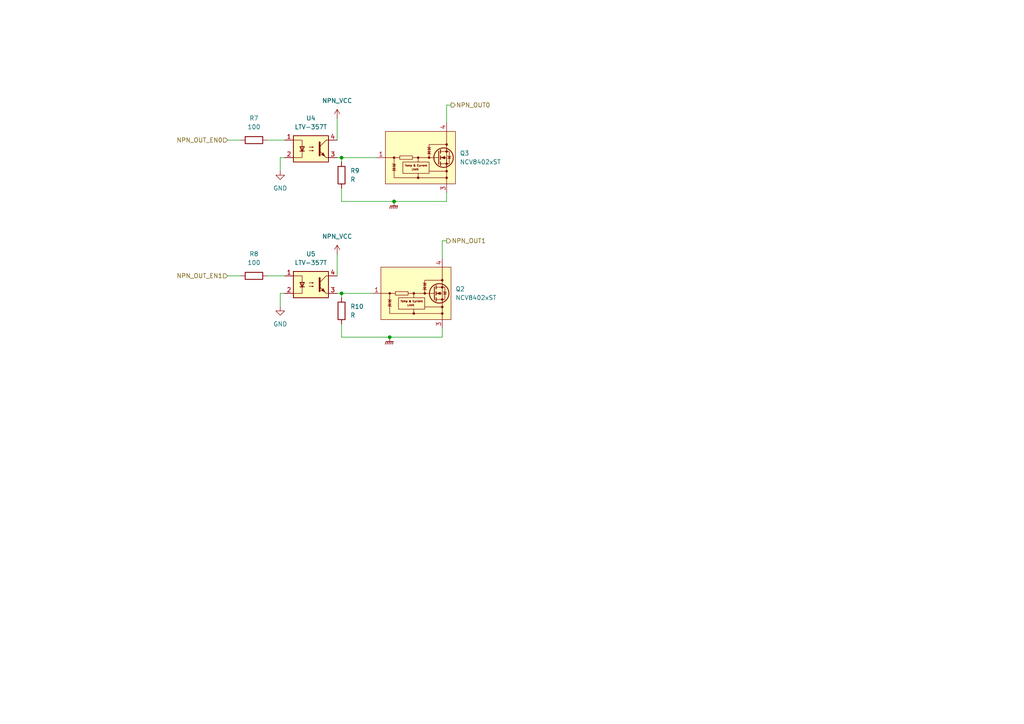
<source format=kicad_sch>
(kicad_sch
	(version 20250114)
	(generator "eeschema")
	(generator_version "9.0")
	(uuid "ca10f8a4-3df8-4304-b670-524447e7a480")
	(paper "A4")
	(lib_symbols
		(symbol "Device:R"
			(pin_numbers
				(hide yes)
			)
			(pin_names
				(offset 0)
			)
			(exclude_from_sim no)
			(in_bom yes)
			(on_board yes)
			(property "Reference" "R"
				(at 2.032 0 90)
				(effects
					(font
						(size 1.27 1.27)
					)
				)
			)
			(property "Value" "R"
				(at 0 0 90)
				(effects
					(font
						(size 1.27 1.27)
					)
				)
			)
			(property "Footprint" ""
				(at -1.778 0 90)
				(effects
					(font
						(size 1.27 1.27)
					)
					(hide yes)
				)
			)
			(property "Datasheet" "~"
				(at 0 0 0)
				(effects
					(font
						(size 1.27 1.27)
					)
					(hide yes)
				)
			)
			(property "Description" "Resistor"
				(at 0 0 0)
				(effects
					(font
						(size 1.27 1.27)
					)
					(hide yes)
				)
			)
			(property "ki_keywords" "R res resistor"
				(at 0 0 0)
				(effects
					(font
						(size 1.27 1.27)
					)
					(hide yes)
				)
			)
			(property "ki_fp_filters" "R_*"
				(at 0 0 0)
				(effects
					(font
						(size 1.27 1.27)
					)
					(hide yes)
				)
			)
			(symbol "R_0_1"
				(rectangle
					(start -1.016 -2.54)
					(end 1.016 2.54)
					(stroke
						(width 0.254)
						(type default)
					)
					(fill
						(type none)
					)
				)
			)
			(symbol "R_1_1"
				(pin passive line
					(at 0 3.81 270)
					(length 1.27)
					(name "~"
						(effects
							(font
								(size 1.27 1.27)
							)
						)
					)
					(number "1"
						(effects
							(font
								(size 1.27 1.27)
							)
						)
					)
				)
				(pin passive line
					(at 0 -3.81 90)
					(length 1.27)
					(name "~"
						(effects
							(font
								(size 1.27 1.27)
							)
						)
					)
					(number "2"
						(effects
							(font
								(size 1.27 1.27)
							)
						)
					)
				)
			)
			(embedded_fonts no)
		)
		(symbol "Driver_FET:NCV8402xST"
			(pin_names
				(offset 0)
				(hide yes)
			)
			(exclude_from_sim no)
			(in_bom yes)
			(on_board yes)
			(property "Reference" "Q"
				(at 5.08 8.89 0)
				(effects
					(font
						(size 1.27 1.27)
					)
					(justify right)
				)
			)
			(property "Value" "NCV8402xST"
				(at -11.43 8.89 0)
				(effects
					(font
						(size 1.27 1.27)
					)
					(justify left)
				)
			)
			(property "Footprint" "Package_TO_SOT_SMD:SOT-223"
				(at 0 -7.112 0)
				(effects
					(font
						(size 1.27 1.27)
					)
					(hide yes)
				)
			)
			(property "Datasheet" "https://www.onsemi.com/pub/Collateral/NCV8402-D.PDF"
				(at 7.62 0 0)
				(effects
					(font
						(size 1.27 1.27)
					)
					(hide yes)
				)
			)
			(property "Description" "Self-Protected Low Side Driver with Temperature and Current Limit, SOT−223"
				(at 0 0 0)
				(effects
					(font
						(size 1.27 1.27)
					)
					(hide yes)
				)
			)
			(property "ki_keywords" "MOSFET ESD Overcurrent"
				(at 0 0 0)
				(effects
					(font
						(size 1.27 1.27)
					)
					(hide yes)
				)
			)
			(property "ki_fp_filters" "SOT?223*"
				(at 0 0 0)
				(effects
					(font
						(size 1.27 1.27)
					)
					(hide yes)
				)
			)
			(symbol "NCV8402xST_0_0"
				(rectangle
					(start -10.16 7.62)
					(end 10.16 -7.62)
					(stroke
						(width 0)
						(type default)
					)
					(fill
						(type background)
					)
				)
				(rectangle
					(start -5.969 0.508)
					(end -2.286 -0.508)
					(stroke
						(width 0)
						(type default)
					)
					(fill
						(type none)
					)
				)
				(polyline
					(pts
						(xy -0.635 -1.27) (xy -0.635 -0.635) (xy -0.635 0)
					)
					(stroke
						(width 0)
						(type default)
					)
					(fill
						(type none)
					)
				)
				(polyline
					(pts
						(xy -0.635 -5.842) (xy -7.62 -5.842) (xy -7.62 0) (xy -6.096 0)
					)
					(stroke
						(width 0)
						(type default)
					)
					(fill
						(type none)
					)
				)
				(polyline
					(pts
						(xy 2.54 0) (xy -2.286 0) (xy -0.889 0)
					)
					(stroke
						(width 0)
						(type default)
					)
					(fill
						(type none)
					)
				)
				(polyline
					(pts
						(xy 2.54 0) (xy 2.54 3.81) (xy 7.62 3.81)
					)
					(stroke
						(width 0)
						(type default)
					)
					(fill
						(type none)
					)
				)
				(polyline
					(pts
						(xy 7.62 2.54) (xy 7.62 7.62)
					)
					(stroke
						(width 0)
						(type default)
					)
					(fill
						(type none)
					)
				)
				(polyline
					(pts
						(xy 7.62 2.54) (xy 7.62 -7.62)
					)
					(stroke
						(width 0)
						(type default)
					)
					(fill
						(type none)
					)
				)
				(polyline
					(pts
						(xy 7.62 -5.842) (xy -0.635 -5.842) (xy -0.635 -4.572)
					)
					(stroke
						(width 0)
						(type default)
					)
					(fill
						(type none)
					)
				)
				(text "Limit"
					(at -1.524 -3.429 0)
					(effects
						(font
							(size 0.5334 0.5334)
						)
					)
				)
				(text "Temp & Current"
					(at -1.27 -2.286 0)
					(effects
						(font
							(size 0.5334 0.5334)
						)
					)
				)
			)
			(symbol "NCV8402xST_0_1"
				(polyline
					(pts
						(xy -7.62 0) (xy -10.16 0)
					)
					(stroke
						(width 0)
						(type default)
					)
					(fill
						(type none)
					)
				)
				(rectangle
					(start -5.08 -1.27)
					(end 2.54 -4.572)
					(stroke
						(width 0)
						(type default)
					)
					(fill
						(type none)
					)
				)
				(polyline
					(pts
						(xy 7.62 -3.937) (xy 2.667 -3.937)
					)
					(stroke
						(width 0)
						(type default)
					)
					(fill
						(type none)
					)
				)
			)
			(symbol "NCV8402xST_1_1"
				(polyline
					(pts
						(xy -8.128 -1.778) (xy -8.001 -1.905) (xy -7.239 -1.905) (xy -7.112 -2.032)
					)
					(stroke
						(width 0)
						(type default)
					)
					(fill
						(type none)
					)
				)
				(circle
					(center -7.62 0)
					(radius 0.2794)
					(stroke
						(width 0)
						(type default)
					)
					(fill
						(type outline)
					)
				)
				(polyline
					(pts
						(xy -7.62 -1.905) (xy -8.001 -2.54) (xy -7.239 -2.54) (xy -7.62 -1.905)
					)
					(stroke
						(width 0)
						(type default)
					)
					(fill
						(type none)
					)
				)
				(polyline
					(pts
						(xy -7.62 -3.683) (xy -7.239 -3.048) (xy -8.001 -3.048) (xy -7.62 -3.683)
					)
					(stroke
						(width 0)
						(type default)
					)
					(fill
						(type none)
					)
				)
				(polyline
					(pts
						(xy -7.112 -3.81) (xy -7.239 -3.683) (xy -8.001 -3.683) (xy -8.128 -3.556)
					)
					(stroke
						(width 0)
						(type default)
					)
					(fill
						(type none)
					)
				)
				(circle
					(center -0.635 0)
					(radius 0.2794)
					(stroke
						(width 0)
						(type default)
					)
					(fill
						(type outline)
					)
				)
				(circle
					(center -0.635 -5.842)
					(radius 0.2794)
					(stroke
						(width 0)
						(type default)
					)
					(fill
						(type outline)
					)
				)
				(polyline
					(pts
						(xy 2.032 3.048) (xy 2.159 2.921) (xy 2.921 2.921) (xy 3.048 2.794)
					)
					(stroke
						(width 0)
						(type default)
					)
					(fill
						(type none)
					)
				)
				(polyline
					(pts
						(xy 2.54 2.921) (xy 2.159 2.286) (xy 2.921 2.286) (xy 2.54 2.921)
					)
					(stroke
						(width 0)
						(type default)
					)
					(fill
						(type none)
					)
				)
				(polyline
					(pts
						(xy 2.54 1.143) (xy 2.921 1.778) (xy 2.159 1.778) (xy 2.54 1.143)
					)
					(stroke
						(width 0)
						(type default)
					)
					(fill
						(type none)
					)
				)
				(polyline
					(pts
						(xy 2.54 0) (xy 5.334 0)
					)
					(stroke
						(width 0)
						(type default)
					)
					(fill
						(type none)
					)
				)
				(circle
					(center 2.54 0)
					(radius 0.2794)
					(stroke
						(width 0)
						(type default)
					)
					(fill
						(type outline)
					)
				)
				(polyline
					(pts
						(xy 3.048 1.016) (xy 2.921 1.143) (xy 2.159 1.143) (xy 2.032 1.27)
					)
					(stroke
						(width 0)
						(type default)
					)
					(fill
						(type none)
					)
				)
				(polyline
					(pts
						(xy 5.334 1.905) (xy 5.334 -1.905) (xy 5.334 -1.905)
					)
					(stroke
						(width 0.254)
						(type default)
					)
					(fill
						(type none)
					)
				)
				(polyline
					(pts
						(xy 5.842 2.286) (xy 5.842 1.27)
					)
					(stroke
						(width 0.254)
						(type default)
					)
					(fill
						(type none)
					)
				)
				(polyline
					(pts
						(xy 5.842 1.778) (xy 7.62 1.778)
					)
					(stroke
						(width 0)
						(type default)
					)
					(fill
						(type none)
					)
				)
				(polyline
					(pts
						(xy 5.842 0.508) (xy 5.842 -0.508)
					)
					(stroke
						(width 0.254)
						(type default)
					)
					(fill
						(type none)
					)
				)
				(polyline
					(pts
						(xy 5.842 0) (xy 7.62 0)
					)
					(stroke
						(width 0)
						(type default)
					)
					(fill
						(type none)
					)
				)
				(polyline
					(pts
						(xy 5.842 -1.27) (xy 5.842 -2.286)
					)
					(stroke
						(width 0.254)
						(type default)
					)
					(fill
						(type none)
					)
				)
				(polyline
					(pts
						(xy 5.842 -1.778) (xy 7.62 -1.778)
					)
					(stroke
						(width 0)
						(type default)
					)
					(fill
						(type none)
					)
				)
				(polyline
					(pts
						(xy 6.096 0) (xy 7.112 0.381) (xy 7.112 -0.381) (xy 6.096 0)
					)
					(stroke
						(width 0)
						(type default)
					)
					(fill
						(type outline)
					)
				)
				(circle
					(center 6.731 0)
					(radius 2.8194)
					(stroke
						(width 0.254)
						(type default)
					)
					(fill
						(type none)
					)
				)
				(circle
					(center 7.62 3.81)
					(radius 0.2794)
					(stroke
						(width 0)
						(type default)
					)
					(fill
						(type outline)
					)
				)
				(polyline
					(pts
						(xy 7.62 2.54) (xy 7.62 1.778)
					)
					(stroke
						(width 0)
						(type default)
					)
					(fill
						(type none)
					)
				)
				(circle
					(center 7.62 1.778)
					(radius 0.2794)
					(stroke
						(width 0)
						(type default)
					)
					(fill
						(type outline)
					)
				)
				(polyline
					(pts
						(xy 7.62 -1.778) (xy 7.62 0)
					)
					(stroke
						(width 0)
						(type default)
					)
					(fill
						(type none)
					)
				)
				(polyline
					(pts
						(xy 7.62 -1.778) (xy 7.62 -2.54)
					)
					(stroke
						(width 0)
						(type default)
					)
					(fill
						(type none)
					)
				)
				(polyline
					(pts
						(xy 7.62 -1.778) (xy 8.382 -1.778) (xy 8.382 1.778) (xy 7.62 1.778)
					)
					(stroke
						(width 0)
						(type default)
					)
					(fill
						(type none)
					)
				)
				(circle
					(center 7.62 -1.778)
					(radius 0.2794)
					(stroke
						(width 0)
						(type default)
					)
					(fill
						(type outline)
					)
				)
				(circle
					(center 7.62 -3.937)
					(radius 0.2794)
					(stroke
						(width 0)
						(type default)
					)
					(fill
						(type outline)
					)
				)
				(circle
					(center 7.62 -5.842)
					(radius 0.2794)
					(stroke
						(width 0)
						(type default)
					)
					(fill
						(type outline)
					)
				)
				(polyline
					(pts
						(xy 7.874 0.508) (xy 8.001 0.381) (xy 8.763 0.381) (xy 8.89 0.254)
					)
					(stroke
						(width 0)
						(type default)
					)
					(fill
						(type none)
					)
				)
				(polyline
					(pts
						(xy 8.382 0.381) (xy 8.001 -0.254) (xy 8.763 -0.254) (xy 8.382 0.381)
					)
					(stroke
						(width 0)
						(type default)
					)
					(fill
						(type none)
					)
				)
				(pin input line
					(at -12.7 0 0)
					(length 2.54)
					(name "G"
						(effects
							(font
								(size 1.27 1.27)
							)
						)
					)
					(number "1"
						(effects
							(font
								(size 1.27 1.27)
							)
						)
					)
				)
				(pin passive line
					(at 7.62 10.16 270)
					(length 2.54)
					(hide yes)
					(name "D"
						(effects
							(font
								(size 1.27 1.27)
							)
						)
					)
					(number "2"
						(effects
							(font
								(size 1.27 1.27)
							)
						)
					)
				)
				(pin passive line
					(at 7.62 10.16 270)
					(length 2.54)
					(name "D"
						(effects
							(font
								(size 1.27 1.27)
							)
						)
					)
					(number "4"
						(effects
							(font
								(size 1.27 1.27)
							)
						)
					)
				)
				(pin passive line
					(at 7.62 -10.16 90)
					(length 2.54)
					(name "S"
						(effects
							(font
								(size 1.27 1.27)
							)
						)
					)
					(number "3"
						(effects
							(font
								(size 1.27 1.27)
							)
						)
					)
				)
			)
			(embedded_fonts no)
		)
		(symbol "Isolator:LTV-357T"
			(pin_names
				(offset 1.016)
			)
			(exclude_from_sim no)
			(in_bom yes)
			(on_board yes)
			(property "Reference" "U"
				(at -5.334 4.826 0)
				(effects
					(font
						(size 1.27 1.27)
					)
					(justify left)
				)
			)
			(property "Value" "LTV-357T"
				(at 0 5.08 0)
				(effects
					(font
						(size 1.27 1.27)
					)
					(justify left)
				)
			)
			(property "Footprint" "Package_SO:SO-4_4.4x3.6mm_P2.54mm"
				(at -5.08 -5.08 0)
				(effects
					(font
						(size 1.27 1.27)
						(italic yes)
					)
					(justify left)
					(hide yes)
				)
			)
			(property "Datasheet" "https://www.buerklin.com/medias/sys_master/download/download/h91/ha0/8892020588574.pdf"
				(at 0 0 0)
				(effects
					(font
						(size 1.27 1.27)
					)
					(justify left)
					(hide yes)
				)
			)
			(property "Description" "DC Optocoupler, Vce 35V, CTR 50%, SO-4"
				(at 0 0 0)
				(effects
					(font
						(size 1.27 1.27)
					)
					(hide yes)
				)
			)
			(property "ki_keywords" "NPN DC Optocoupler"
				(at 0 0 0)
				(effects
					(font
						(size 1.27 1.27)
					)
					(hide yes)
				)
			)
			(property "ki_fp_filters" "SO*4.4x3.6mm*P2.54mm*"
				(at 0 0 0)
				(effects
					(font
						(size 1.27 1.27)
					)
					(hide yes)
				)
			)
			(symbol "LTV-357T_0_1"
				(rectangle
					(start -5.08 3.81)
					(end 5.08 -3.81)
					(stroke
						(width 0.254)
						(type default)
					)
					(fill
						(type background)
					)
				)
				(polyline
					(pts
						(xy -5.08 2.54) (xy -2.54 2.54) (xy -2.54 -0.762)
					)
					(stroke
						(width 0)
						(type default)
					)
					(fill
						(type none)
					)
				)
				(polyline
					(pts
						(xy -3.175 -0.635) (xy -1.905 -0.635)
					)
					(stroke
						(width 0.254)
						(type default)
					)
					(fill
						(type none)
					)
				)
				(polyline
					(pts
						(xy -2.54 -0.635) (xy -2.54 -2.54) (xy -5.08 -2.54)
					)
					(stroke
						(width 0)
						(type default)
					)
					(fill
						(type none)
					)
				)
				(polyline
					(pts
						(xy -2.54 -0.635) (xy -3.175 0.635) (xy -1.905 0.635) (xy -2.54 -0.635)
					)
					(stroke
						(width 0.254)
						(type default)
					)
					(fill
						(type none)
					)
				)
				(polyline
					(pts
						(xy -0.508 0.508) (xy 0.762 0.508) (xy 0.381 0.381) (xy 0.381 0.635) (xy 0.762 0.508)
					)
					(stroke
						(width 0)
						(type default)
					)
					(fill
						(type none)
					)
				)
				(polyline
					(pts
						(xy -0.508 -0.508) (xy 0.762 -0.508) (xy 0.381 -0.635) (xy 0.381 -0.381) (xy 0.762 -0.508)
					)
					(stroke
						(width 0)
						(type default)
					)
					(fill
						(type none)
					)
				)
				(polyline
					(pts
						(xy 2.54 1.905) (xy 2.54 -1.905) (xy 2.54 -1.905)
					)
					(stroke
						(width 0.508)
						(type default)
					)
					(fill
						(type none)
					)
				)
				(polyline
					(pts
						(xy 2.54 0.635) (xy 4.445 2.54)
					)
					(stroke
						(width 0)
						(type default)
					)
					(fill
						(type none)
					)
				)
				(polyline
					(pts
						(xy 3.048 -1.651) (xy 3.556 -1.143) (xy 4.064 -2.159) (xy 3.048 -1.651) (xy 3.048 -1.651)
					)
					(stroke
						(width 0)
						(type default)
					)
					(fill
						(type outline)
					)
				)
				(polyline
					(pts
						(xy 4.445 2.54) (xy 5.08 2.54)
					)
					(stroke
						(width 0)
						(type default)
					)
					(fill
						(type none)
					)
				)
				(polyline
					(pts
						(xy 4.445 -2.54) (xy 2.54 -0.635)
					)
					(stroke
						(width 0)
						(type default)
					)
					(fill
						(type outline)
					)
				)
				(polyline
					(pts
						(xy 4.445 -2.54) (xy 5.08 -2.54)
					)
					(stroke
						(width 0)
						(type default)
					)
					(fill
						(type none)
					)
				)
			)
			(symbol "LTV-357T_1_1"
				(pin passive line
					(at -7.62 2.54 0)
					(length 2.54)
					(name "~"
						(effects
							(font
								(size 1.27 1.27)
							)
						)
					)
					(number "1"
						(effects
							(font
								(size 1.27 1.27)
							)
						)
					)
				)
				(pin passive line
					(at -7.62 -2.54 0)
					(length 2.54)
					(name "~"
						(effects
							(font
								(size 1.27 1.27)
							)
						)
					)
					(number "2"
						(effects
							(font
								(size 1.27 1.27)
							)
						)
					)
				)
				(pin passive line
					(at 7.62 2.54 180)
					(length 2.54)
					(name "~"
						(effects
							(font
								(size 1.27 1.27)
							)
						)
					)
					(number "4"
						(effects
							(font
								(size 1.27 1.27)
							)
						)
					)
				)
				(pin passive line
					(at 7.62 -2.54 180)
					(length 2.54)
					(name "~"
						(effects
							(font
								(size 1.27 1.27)
							)
						)
					)
					(number "3"
						(effects
							(font
								(size 1.27 1.27)
							)
						)
					)
				)
			)
			(embedded_fonts no)
		)
		(symbol "power:GND"
			(power)
			(pin_numbers
				(hide yes)
			)
			(pin_names
				(offset 0)
				(hide yes)
			)
			(exclude_from_sim no)
			(in_bom yes)
			(on_board yes)
			(property "Reference" "#PWR"
				(at 0 -6.35 0)
				(effects
					(font
						(size 1.27 1.27)
					)
					(hide yes)
				)
			)
			(property "Value" "GND"
				(at 0 -3.81 0)
				(effects
					(font
						(size 1.27 1.27)
					)
				)
			)
			(property "Footprint" ""
				(at 0 0 0)
				(effects
					(font
						(size 1.27 1.27)
					)
					(hide yes)
				)
			)
			(property "Datasheet" ""
				(at 0 0 0)
				(effects
					(font
						(size 1.27 1.27)
					)
					(hide yes)
				)
			)
			(property "Description" "Power symbol creates a global label with name \"GND\" , ground"
				(at 0 0 0)
				(effects
					(font
						(size 1.27 1.27)
					)
					(hide yes)
				)
			)
			(property "ki_keywords" "global power"
				(at 0 0 0)
				(effects
					(font
						(size 1.27 1.27)
					)
					(hide yes)
				)
			)
			(symbol "GND_0_1"
				(polyline
					(pts
						(xy 0 0) (xy 0 -1.27) (xy 1.27 -1.27) (xy 0 -2.54) (xy -1.27 -1.27) (xy 0 -1.27)
					)
					(stroke
						(width 0)
						(type default)
					)
					(fill
						(type none)
					)
				)
			)
			(symbol "GND_1_1"
				(pin power_in line
					(at 0 0 270)
					(length 0)
					(name "~"
						(effects
							(font
								(size 1.27 1.27)
							)
						)
					)
					(number "1"
						(effects
							(font
								(size 1.27 1.27)
							)
						)
					)
				)
			)
			(embedded_fonts no)
		)
		(symbol "power:GNDPWR"
			(power)
			(pin_numbers
				(hide yes)
			)
			(pin_names
				(offset 0)
				(hide yes)
			)
			(exclude_from_sim no)
			(in_bom yes)
			(on_board yes)
			(property "Reference" "#PWR"
				(at 0 -5.08 0)
				(effects
					(font
						(size 1.27 1.27)
					)
					(hide yes)
				)
			)
			(property "Value" "GNDPWR"
				(at 0 -3.302 0)
				(effects
					(font
						(size 1.27 1.27)
					)
				)
			)
			(property "Footprint" ""
				(at 0 -1.27 0)
				(effects
					(font
						(size 1.27 1.27)
					)
					(hide yes)
				)
			)
			(property "Datasheet" ""
				(at 0 -1.27 0)
				(effects
					(font
						(size 1.27 1.27)
					)
					(hide yes)
				)
			)
			(property "Description" "Power symbol creates a global label with name \"GNDPWR\" , global ground"
				(at 0 0 0)
				(effects
					(font
						(size 1.27 1.27)
					)
					(hide yes)
				)
			)
			(property "ki_keywords" "global ground"
				(at 0 0 0)
				(effects
					(font
						(size 1.27 1.27)
					)
					(hide yes)
				)
			)
			(symbol "GNDPWR_0_1"
				(polyline
					(pts
						(xy -1.016 -1.27) (xy -1.27 -2.032) (xy -1.27 -2.032)
					)
					(stroke
						(width 0.2032)
						(type default)
					)
					(fill
						(type none)
					)
				)
				(polyline
					(pts
						(xy -0.508 -1.27) (xy -0.762 -2.032) (xy -0.762 -2.032)
					)
					(stroke
						(width 0.2032)
						(type default)
					)
					(fill
						(type none)
					)
				)
				(polyline
					(pts
						(xy 0 -1.27) (xy 0 0)
					)
					(stroke
						(width 0)
						(type default)
					)
					(fill
						(type none)
					)
				)
				(polyline
					(pts
						(xy 0 -1.27) (xy -0.254 -2.032) (xy -0.254 -2.032)
					)
					(stroke
						(width 0.2032)
						(type default)
					)
					(fill
						(type none)
					)
				)
				(polyline
					(pts
						(xy 0.508 -1.27) (xy 0.254 -2.032) (xy 0.254 -2.032)
					)
					(stroke
						(width 0.2032)
						(type default)
					)
					(fill
						(type none)
					)
				)
				(polyline
					(pts
						(xy 1.016 -1.27) (xy -1.016 -1.27) (xy -1.016 -1.27)
					)
					(stroke
						(width 0.2032)
						(type default)
					)
					(fill
						(type none)
					)
				)
				(polyline
					(pts
						(xy 1.016 -1.27) (xy 0.762 -2.032) (xy 0.762 -2.032) (xy 0.762 -2.032)
					)
					(stroke
						(width 0.2032)
						(type default)
					)
					(fill
						(type none)
					)
				)
			)
			(symbol "GNDPWR_1_1"
				(pin power_in line
					(at 0 0 270)
					(length 0)
					(name "~"
						(effects
							(font
								(size 1.27 1.27)
							)
						)
					)
					(number "1"
						(effects
							(font
								(size 1.27 1.27)
							)
						)
					)
				)
			)
			(embedded_fonts no)
		)
		(symbol "power:VCC"
			(power)
			(pin_numbers
				(hide yes)
			)
			(pin_names
				(offset 0)
				(hide yes)
			)
			(exclude_from_sim no)
			(in_bom yes)
			(on_board yes)
			(property "Reference" "#PWR"
				(at 0 -3.81 0)
				(effects
					(font
						(size 1.27 1.27)
					)
					(hide yes)
				)
			)
			(property "Value" "VCC"
				(at 0 3.556 0)
				(effects
					(font
						(size 1.27 1.27)
					)
				)
			)
			(property "Footprint" ""
				(at 0 0 0)
				(effects
					(font
						(size 1.27 1.27)
					)
					(hide yes)
				)
			)
			(property "Datasheet" ""
				(at 0 0 0)
				(effects
					(font
						(size 1.27 1.27)
					)
					(hide yes)
				)
			)
			(property "Description" "Power symbol creates a global label with name \"VCC\""
				(at 0 0 0)
				(effects
					(font
						(size 1.27 1.27)
					)
					(hide yes)
				)
			)
			(property "ki_keywords" "global power"
				(at 0 0 0)
				(effects
					(font
						(size 1.27 1.27)
					)
					(hide yes)
				)
			)
			(symbol "VCC_0_1"
				(polyline
					(pts
						(xy -0.762 1.27) (xy 0 2.54)
					)
					(stroke
						(width 0)
						(type default)
					)
					(fill
						(type none)
					)
				)
				(polyline
					(pts
						(xy 0 2.54) (xy 0.762 1.27)
					)
					(stroke
						(width 0)
						(type default)
					)
					(fill
						(type none)
					)
				)
				(polyline
					(pts
						(xy 0 0) (xy 0 2.54)
					)
					(stroke
						(width 0)
						(type default)
					)
					(fill
						(type none)
					)
				)
			)
			(symbol "VCC_1_1"
				(pin power_in line
					(at 0 0 90)
					(length 0)
					(name "~"
						(effects
							(font
								(size 1.27 1.27)
							)
						)
					)
					(number "1"
						(effects
							(font
								(size 1.27 1.27)
							)
						)
					)
				)
			)
			(embedded_fonts no)
		)
	)
	(junction
		(at 113.03 97.79)
		(diameter 0)
		(color 0 0 0 0)
		(uuid "0689516c-f61f-4f5b-ad79-a2998de6fea1")
	)
	(junction
		(at 99.06 85.09)
		(diameter 0)
		(color 0 0 0 0)
		(uuid "a13cbdc0-2684-430e-8257-a85a10fec378")
	)
	(junction
		(at 114.3 58.42)
		(diameter 0)
		(color 0 0 0 0)
		(uuid "abdb73e0-46e1-439e-86bf-6f5bc03f2047")
	)
	(junction
		(at 99.06 45.72)
		(diameter 0)
		(color 0 0 0 0)
		(uuid "d37f81eb-30b4-477c-87e6-b043578d4612")
	)
	(wire
		(pts
			(xy 99.06 58.42) (xy 114.3 58.42)
		)
		(stroke
			(width 0)
			(type default)
		)
		(uuid "1853b6ec-8570-4d81-90e7-1b251a663005")
	)
	(wire
		(pts
			(xy 66.04 80.01) (xy 69.85 80.01)
		)
		(stroke
			(width 0)
			(type default)
		)
		(uuid "19fa09cc-5daa-4305-878e-73a827bc8052")
	)
	(wire
		(pts
			(xy 129.54 35.56) (xy 129.54 30.48)
		)
		(stroke
			(width 0)
			(type default)
		)
		(uuid "20760e64-0e79-43ea-a832-962ef37a661d")
	)
	(wire
		(pts
			(xy 99.06 85.09) (xy 107.95 85.09)
		)
		(stroke
			(width 0)
			(type default)
		)
		(uuid "21f82f37-cec2-4b2e-afe2-760d3684ae11")
	)
	(wire
		(pts
			(xy 129.54 30.48) (xy 130.81 30.48)
		)
		(stroke
			(width 0)
			(type default)
		)
		(uuid "21ffc003-df57-41b2-bdd7-133d4247aa81")
	)
	(wire
		(pts
			(xy 97.79 34.29) (xy 97.79 40.64)
		)
		(stroke
			(width 0)
			(type default)
		)
		(uuid "232e82be-a76f-4b18-b74b-684d9f9035a2")
	)
	(wire
		(pts
			(xy 99.06 54.61) (xy 99.06 58.42)
		)
		(stroke
			(width 0)
			(type default)
		)
		(uuid "3b9a9184-3615-4b61-8379-d6aa4203cde2")
	)
	(wire
		(pts
			(xy 113.03 97.79) (xy 128.27 97.79)
		)
		(stroke
			(width 0)
			(type default)
		)
		(uuid "3ee00f6b-1409-42c8-9299-7bdc797cb7ae")
	)
	(wire
		(pts
			(xy 77.47 80.01) (xy 82.55 80.01)
		)
		(stroke
			(width 0)
			(type default)
		)
		(uuid "4f86d8de-14e4-4ef7-a789-50d4faf1f4aa")
	)
	(wire
		(pts
			(xy 81.28 49.53) (xy 81.28 45.72)
		)
		(stroke
			(width 0)
			(type default)
		)
		(uuid "50ea4ada-ea94-4288-a737-2f1d398142d8")
	)
	(wire
		(pts
			(xy 97.79 85.09) (xy 99.06 85.09)
		)
		(stroke
			(width 0)
			(type default)
		)
		(uuid "533f30fb-d95d-4bb5-bb10-ba1cf3330f28")
	)
	(wire
		(pts
			(xy 99.06 45.72) (xy 99.06 46.99)
		)
		(stroke
			(width 0)
			(type default)
		)
		(uuid "5d991ed1-0433-4c85-834a-532bb28cb077")
	)
	(wire
		(pts
			(xy 81.28 85.09) (xy 82.55 85.09)
		)
		(stroke
			(width 0)
			(type default)
		)
		(uuid "73d2aa97-1545-4fe9-bd9b-f4c023b2caa7")
	)
	(wire
		(pts
			(xy 66.04 40.64) (xy 69.85 40.64)
		)
		(stroke
			(width 0)
			(type default)
		)
		(uuid "78686a99-8b0d-42c1-b535-ef5e5471fb70")
	)
	(wire
		(pts
			(xy 81.28 45.72) (xy 82.55 45.72)
		)
		(stroke
			(width 0)
			(type default)
		)
		(uuid "7e7742ec-6e4e-4603-9d89-63e4c5afd2a9")
	)
	(wire
		(pts
			(xy 99.06 93.98) (xy 99.06 97.79)
		)
		(stroke
			(width 0)
			(type default)
		)
		(uuid "84efa04b-4b0d-4191-8671-6a0945708b3f")
	)
	(wire
		(pts
			(xy 99.06 97.79) (xy 113.03 97.79)
		)
		(stroke
			(width 0)
			(type default)
		)
		(uuid "86622d6a-d1ac-4bbe-b3e5-282340c49a7f")
	)
	(wire
		(pts
			(xy 128.27 69.85) (xy 129.54 69.85)
		)
		(stroke
			(width 0)
			(type default)
		)
		(uuid "8e8ea625-c3c4-4893-a0ad-68f86aeb0106")
	)
	(wire
		(pts
			(xy 128.27 69.85) (xy 128.27 74.93)
		)
		(stroke
			(width 0)
			(type default)
		)
		(uuid "99891021-3f03-4fac-9185-a0158b3b7c89")
	)
	(wire
		(pts
			(xy 77.47 40.64) (xy 82.55 40.64)
		)
		(stroke
			(width 0)
			(type default)
		)
		(uuid "a2f5872d-c130-4776-8132-d9acff10bb01")
	)
	(wire
		(pts
			(xy 114.3 58.42) (xy 129.54 58.42)
		)
		(stroke
			(width 0)
			(type default)
		)
		(uuid "a3b7e9c5-97a9-49ae-a0f6-04db3ba17f90")
	)
	(wire
		(pts
			(xy 128.27 97.79) (xy 128.27 95.25)
		)
		(stroke
			(width 0)
			(type default)
		)
		(uuid "a8d46614-d754-4c33-96ff-29d2202ad8eb")
	)
	(wire
		(pts
			(xy 97.79 73.66) (xy 97.79 80.01)
		)
		(stroke
			(width 0)
			(type default)
		)
		(uuid "ac2b1af3-084c-4c30-8dfc-0c7e085672e6")
	)
	(wire
		(pts
			(xy 81.28 88.9) (xy 81.28 85.09)
		)
		(stroke
			(width 0)
			(type default)
		)
		(uuid "b1f44c89-1bbb-4832-ac89-86d16450c2cc")
	)
	(wire
		(pts
			(xy 99.06 45.72) (xy 109.22 45.72)
		)
		(stroke
			(width 0)
			(type default)
		)
		(uuid "b448818c-e863-48b8-bc9b-ace73728f548")
	)
	(wire
		(pts
			(xy 97.79 45.72) (xy 99.06 45.72)
		)
		(stroke
			(width 0)
			(type default)
		)
		(uuid "d7a9c9c2-a672-46fa-9432-726753a53e49")
	)
	(wire
		(pts
			(xy 129.54 58.42) (xy 129.54 55.88)
		)
		(stroke
			(width 0)
			(type default)
		)
		(uuid "e4ad633b-4aed-4b32-b8e0-448bbc500d47")
	)
	(wire
		(pts
			(xy 99.06 85.09) (xy 99.06 86.36)
		)
		(stroke
			(width 0)
			(type default)
		)
		(uuid "f8506a20-1a46-48de-8862-0d1cc9c62cd3")
	)
	(hierarchical_label "NPN_OUT0"
		(shape output)
		(at 130.81 30.48 0)
		(effects
			(font
				(size 1.27 1.27)
			)
			(justify left)
		)
		(uuid "37e94070-9798-4ff0-ae55-11f42ea7cfd7")
	)
	(hierarchical_label "NPN_OUT_EN0"
		(shape input)
		(at 66.04 40.64 180)
		(effects
			(font
				(size 1.27 1.27)
			)
			(justify right)
		)
		(uuid "62fbeb3d-6abf-4d29-a465-42123538a7af")
	)
	(hierarchical_label "NPN_OUT_EN1"
		(shape input)
		(at 66.04 80.01 180)
		(effects
			(font
				(size 1.27 1.27)
			)
			(justify right)
		)
		(uuid "8a0db111-ca6d-46f6-b5ec-b016972ed524")
	)
	(hierarchical_label "NPN_OUT1"
		(shape output)
		(at 129.54 69.85 0)
		(effects
			(font
				(size 1.27 1.27)
			)
			(justify left)
		)
		(uuid "e76a8df2-742a-4661-9c0c-cf52d5f3b156")
	)
	(symbol
		(lib_id "Device:R")
		(at 99.06 90.17 0)
		(unit 1)
		(exclude_from_sim no)
		(in_bom yes)
		(on_board yes)
		(dnp no)
		(fields_autoplaced yes)
		(uuid "13185696-938f-49ea-b7c4-19b21eb08932")
		(property "Reference" "R10"
			(at 101.6 88.8999 0)
			(effects
				(font
					(size 1.27 1.27)
				)
				(justify left)
			)
		)
		(property "Value" "R"
			(at 101.6 91.4399 0)
			(effects
				(font
					(size 1.27 1.27)
				)
				(justify left)
			)
		)
		(property "Footprint" "Resistor_SMD:R_0603_1608Metric"
			(at 97.282 90.17 90)
			(effects
				(font
					(size 1.27 1.27)
				)
				(hide yes)
			)
		)
		(property "Datasheet" "~"
			(at 99.06 90.17 0)
			(effects
				(font
					(size 1.27 1.27)
				)
				(hide yes)
			)
		)
		(property "Description" "Resistor"
			(at 99.06 90.17 0)
			(effects
				(font
					(size 1.27 1.27)
				)
				(hide yes)
			)
		)
		(pin "1"
			(uuid "8fa83917-51ff-4870-9696-196d8e537e1c")
		)
		(pin "2"
			(uuid "fbbe7f3e-b615-4c77-8f1c-21f0a0f959fd")
		)
		(instances
			(project "NIVARA"
				(path "/e09284a3-0da6-4b1c-80d3-a52d405369d9/b46cdcb1-15cb-4562-89d5-6c513685d0bc/7c140b4d-6fa9-41fe-ad3e-a8f7aff6ff44"
					(reference "R10")
					(unit 1)
				)
			)
		)
	)
	(symbol
		(lib_id "power:VCC")
		(at 97.79 34.29 0)
		(unit 1)
		(exclude_from_sim no)
		(in_bom yes)
		(on_board yes)
		(dnp no)
		(fields_autoplaced yes)
		(uuid "4d1a82ee-b54a-4f82-a1f8-d0c468e7c5dc")
		(property "Reference" "#PWR025"
			(at 97.79 38.1 0)
			(effects
				(font
					(size 1.27 1.27)
				)
				(hide yes)
			)
		)
		(property "Value" "NPN_VCC"
			(at 97.79 29.21 0)
			(effects
				(font
					(size 1.27 1.27)
				)
			)
		)
		(property "Footprint" ""
			(at 97.79 34.29 0)
			(effects
				(font
					(size 1.27 1.27)
				)
				(hide yes)
			)
		)
		(property "Datasheet" ""
			(at 97.79 34.29 0)
			(effects
				(font
					(size 1.27 1.27)
				)
				(hide yes)
			)
		)
		(property "Description" "Power symbol creates a global label with name \"VCC\""
			(at 97.79 34.29 0)
			(effects
				(font
					(size 1.27 1.27)
				)
				(hide yes)
			)
		)
		(pin "1"
			(uuid "b1d68ffc-c30a-4cf1-81a9-a07b005dfa21")
		)
		(instances
			(project "NIVARA"
				(path "/e09284a3-0da6-4b1c-80d3-a52d405369d9/b46cdcb1-15cb-4562-89d5-6c513685d0bc/7c140b4d-6fa9-41fe-ad3e-a8f7aff6ff44"
					(reference "#PWR025")
					(unit 1)
				)
			)
		)
	)
	(symbol
		(lib_id "Device:R")
		(at 73.66 40.64 90)
		(unit 1)
		(exclude_from_sim no)
		(in_bom yes)
		(on_board yes)
		(dnp no)
		(fields_autoplaced yes)
		(uuid "5673cb95-ba4a-4acd-a5d8-e2d3068ff1b6")
		(property "Reference" "R7"
			(at 73.66 34.29 90)
			(effects
				(font
					(size 1.27 1.27)
				)
			)
		)
		(property "Value" "100"
			(at 73.66 36.83 90)
			(effects
				(font
					(size 1.27 1.27)
				)
			)
		)
		(property "Footprint" "Resistor_SMD:R_0603_1608Metric"
			(at 73.66 42.418 90)
			(effects
				(font
					(size 1.27 1.27)
				)
				(hide yes)
			)
		)
		(property "Datasheet" "~"
			(at 73.66 40.64 0)
			(effects
				(font
					(size 1.27 1.27)
				)
				(hide yes)
			)
		)
		(property "Description" "Resistor"
			(at 73.66 40.64 0)
			(effects
				(font
					(size 1.27 1.27)
				)
				(hide yes)
			)
		)
		(pin "1"
			(uuid "b4d4f451-be12-4810-a8ef-0e4b1b44f5c5")
		)
		(pin "2"
			(uuid "0e8c3d82-49ac-4497-9785-b3b51009b391")
		)
		(instances
			(project "NIVARA"
				(path "/e09284a3-0da6-4b1c-80d3-a52d405369d9/b46cdcb1-15cb-4562-89d5-6c513685d0bc/7c140b4d-6fa9-41fe-ad3e-a8f7aff6ff44"
					(reference "R7")
					(unit 1)
				)
			)
		)
	)
	(symbol
		(lib_id "Driver_FET:NCV8402xST")
		(at 121.92 45.72 0)
		(unit 1)
		(exclude_from_sim no)
		(in_bom yes)
		(on_board yes)
		(dnp no)
		(fields_autoplaced yes)
		(uuid "5c270442-6131-4d2f-9896-59680648bf1f")
		(property "Reference" "Q3"
			(at 133.35 44.4499 0)
			(effects
				(font
					(size 1.27 1.27)
				)
				(justify left)
			)
		)
		(property "Value" "NCV8402xST"
			(at 133.35 46.9899 0)
			(effects
				(font
					(size 1.27 1.27)
				)
				(justify left)
			)
		)
		(property "Footprint" "Package_TO_SOT_SMD:SOT-223"
			(at 121.92 52.832 0)
			(effects
				(font
					(size 1.27 1.27)
				)
				(hide yes)
			)
		)
		(property "Datasheet" "https://www.onsemi.com/pub/Collateral/NCV8402-D.PDF"
			(at 129.54 45.72 0)
			(effects
				(font
					(size 1.27 1.27)
				)
				(hide yes)
			)
		)
		(property "Description" "Self-Protected Low Side Driver with Temperature and Current Limit, SOT−223"
			(at 121.92 45.72 0)
			(effects
				(font
					(size 1.27 1.27)
				)
				(hide yes)
			)
		)
		(pin "2"
			(uuid "cb324382-1970-4628-9d75-3311f3d6e543")
		)
		(pin "4"
			(uuid "aa0b7261-5d0a-427e-b914-9dc4de11437a")
		)
		(pin "1"
			(uuid "c14265e3-63e2-43ae-b0b1-a39ad0c29384")
		)
		(pin "3"
			(uuid "5ff78891-a10b-486a-a206-8d5273749636")
		)
		(instances
			(project "NIVARA"
				(path "/e09284a3-0da6-4b1c-80d3-a52d405369d9/b46cdcb1-15cb-4562-89d5-6c513685d0bc/7c140b4d-6fa9-41fe-ad3e-a8f7aff6ff44"
					(reference "Q3")
					(unit 1)
				)
			)
		)
	)
	(symbol
		(lib_id "power:VCC")
		(at 97.79 73.66 0)
		(unit 1)
		(exclude_from_sim no)
		(in_bom yes)
		(on_board yes)
		(dnp no)
		(fields_autoplaced yes)
		(uuid "5d5359f1-f4dd-4b85-802f-14c2c9002ad2")
		(property "Reference" "#PWR026"
			(at 97.79 77.47 0)
			(effects
				(font
					(size 1.27 1.27)
				)
				(hide yes)
			)
		)
		(property "Value" "NPN_VCC"
			(at 97.79 68.58 0)
			(effects
				(font
					(size 1.27 1.27)
				)
			)
		)
		(property "Footprint" ""
			(at 97.79 73.66 0)
			(effects
				(font
					(size 1.27 1.27)
				)
				(hide yes)
			)
		)
		(property "Datasheet" ""
			(at 97.79 73.66 0)
			(effects
				(font
					(size 1.27 1.27)
				)
				(hide yes)
			)
		)
		(property "Description" "Power symbol creates a global label with name \"VCC\""
			(at 97.79 73.66 0)
			(effects
				(font
					(size 1.27 1.27)
				)
				(hide yes)
			)
		)
		(pin "1"
			(uuid "ae01aefc-f117-4671-a736-c5a787ab1cb4")
		)
		(instances
			(project "NIVARA"
				(path "/e09284a3-0da6-4b1c-80d3-a52d405369d9/b46cdcb1-15cb-4562-89d5-6c513685d0bc/7c140b4d-6fa9-41fe-ad3e-a8f7aff6ff44"
					(reference "#PWR026")
					(unit 1)
				)
			)
		)
	)
	(symbol
		(lib_id "Isolator:LTV-357T")
		(at 90.17 82.55 0)
		(unit 1)
		(exclude_from_sim no)
		(in_bom yes)
		(on_board yes)
		(dnp no)
		(fields_autoplaced yes)
		(uuid "86793059-50d2-476e-a7b7-c88d0525745a")
		(property "Reference" "U5"
			(at 90.17 73.66 0)
			(effects
				(font
					(size 1.27 1.27)
				)
			)
		)
		(property "Value" "LTV-357T"
			(at 90.17 76.2 0)
			(effects
				(font
					(size 1.27 1.27)
				)
			)
		)
		(property "Footprint" "Package_SO:SO-4_4.4x3.6mm_P2.54mm"
			(at 85.09 87.63 0)
			(effects
				(font
					(size 1.27 1.27)
					(italic yes)
				)
				(justify left)
				(hide yes)
			)
		)
		(property "Datasheet" "https://www.buerklin.com/medias/sys_master/download/download/h91/ha0/8892020588574.pdf"
			(at 90.17 82.55 0)
			(effects
				(font
					(size 1.27 1.27)
				)
				(justify left)
				(hide yes)
			)
		)
		(property "Description" "DC Optocoupler, Vce 35V, CTR 50%, SO-4"
			(at 90.17 82.55 0)
			(effects
				(font
					(size 1.27 1.27)
				)
				(hide yes)
			)
		)
		(pin "2"
			(uuid "4f6381ba-8a23-4370-b045-3bdc725993be")
		)
		(pin "1"
			(uuid "5bf0fcdf-c36b-453f-a2b6-42840ec67ed1")
		)
		(pin "4"
			(uuid "ba74a656-fbeb-4a47-833a-9f03a27d1595")
		)
		(pin "3"
			(uuid "22694373-1676-4ef6-900a-5b9ae4a5efd9")
		)
		(instances
			(project "NIVARA"
				(path "/e09284a3-0da6-4b1c-80d3-a52d405369d9/b46cdcb1-15cb-4562-89d5-6c513685d0bc/7c140b4d-6fa9-41fe-ad3e-a8f7aff6ff44"
					(reference "U5")
					(unit 1)
				)
			)
		)
	)
	(symbol
		(lib_id "Isolator:LTV-357T")
		(at 90.17 43.18 0)
		(unit 1)
		(exclude_from_sim no)
		(in_bom yes)
		(on_board yes)
		(dnp no)
		(fields_autoplaced yes)
		(uuid "8ceb5ffe-6785-42b0-9cb9-a2dcb86060fd")
		(property "Reference" "U4"
			(at 90.17 34.29 0)
			(effects
				(font
					(size 1.27 1.27)
				)
			)
		)
		(property "Value" "LTV-357T"
			(at 90.17 36.83 0)
			(effects
				(font
					(size 1.27 1.27)
				)
			)
		)
		(property "Footprint" "Package_SO:SO-4_4.4x3.6mm_P2.54mm"
			(at 85.09 48.26 0)
			(effects
				(font
					(size 1.27 1.27)
					(italic yes)
				)
				(justify left)
				(hide yes)
			)
		)
		(property "Datasheet" "https://www.buerklin.com/medias/sys_master/download/download/h91/ha0/8892020588574.pdf"
			(at 90.17 43.18 0)
			(effects
				(font
					(size 1.27 1.27)
				)
				(justify left)
				(hide yes)
			)
		)
		(property "Description" "DC Optocoupler, Vce 35V, CTR 50%, SO-4"
			(at 90.17 43.18 0)
			(effects
				(font
					(size 1.27 1.27)
				)
				(hide yes)
			)
		)
		(pin "2"
			(uuid "722992d7-612b-4ec2-a72b-80a3cf8512bb")
		)
		(pin "1"
			(uuid "30815b01-c5e8-4100-a735-678b3f7dc212")
		)
		(pin "4"
			(uuid "e28df9a4-065d-47d6-b6e4-747dd82283c9")
		)
		(pin "3"
			(uuid "4de12f0d-2574-4bed-bf07-969b0b833316")
		)
		(instances
			(project "NIVARA"
				(path "/e09284a3-0da6-4b1c-80d3-a52d405369d9/b46cdcb1-15cb-4562-89d5-6c513685d0bc/7c140b4d-6fa9-41fe-ad3e-a8f7aff6ff44"
					(reference "U4")
					(unit 1)
				)
			)
		)
	)
	(symbol
		(lib_id "power:GND")
		(at 81.28 49.53 0)
		(unit 1)
		(exclude_from_sim no)
		(in_bom yes)
		(on_board yes)
		(dnp no)
		(fields_autoplaced yes)
		(uuid "a25853f0-afba-42e2-9638-626dbf98678f")
		(property "Reference" "#PWR023"
			(at 81.28 55.88 0)
			(effects
				(font
					(size 1.27 1.27)
				)
				(hide yes)
			)
		)
		(property "Value" "GND"
			(at 81.28 54.61 0)
			(effects
				(font
					(size 1.27 1.27)
				)
			)
		)
		(property "Footprint" ""
			(at 81.28 49.53 0)
			(effects
				(font
					(size 1.27 1.27)
				)
				(hide yes)
			)
		)
		(property "Datasheet" ""
			(at 81.28 49.53 0)
			(effects
				(font
					(size 1.27 1.27)
				)
				(hide yes)
			)
		)
		(property "Description" "Power symbol creates a global label with name \"GND\" , ground"
			(at 81.28 49.53 0)
			(effects
				(font
					(size 1.27 1.27)
				)
				(hide yes)
			)
		)
		(pin "1"
			(uuid "ffbdbfe4-354e-4e99-9368-334d5e18aec2")
		)
		(instances
			(project "NIVARA"
				(path "/e09284a3-0da6-4b1c-80d3-a52d405369d9/b46cdcb1-15cb-4562-89d5-6c513685d0bc/7c140b4d-6fa9-41fe-ad3e-a8f7aff6ff44"
					(reference "#PWR023")
					(unit 1)
				)
			)
		)
	)
	(symbol
		(lib_id "Device:R")
		(at 99.06 50.8 0)
		(unit 1)
		(exclude_from_sim no)
		(in_bom yes)
		(on_board yes)
		(dnp no)
		(fields_autoplaced yes)
		(uuid "a3599f55-f3db-430b-aa57-fec94f8fafe0")
		(property "Reference" "R9"
			(at 101.6 49.5299 0)
			(effects
				(font
					(size 1.27 1.27)
				)
				(justify left)
			)
		)
		(property "Value" "R"
			(at 101.6 52.0699 0)
			(effects
				(font
					(size 1.27 1.27)
				)
				(justify left)
			)
		)
		(property "Footprint" "Resistor_SMD:R_0603_1608Metric"
			(at 97.282 50.8 90)
			(effects
				(font
					(size 1.27 1.27)
				)
				(hide yes)
			)
		)
		(property "Datasheet" "~"
			(at 99.06 50.8 0)
			(effects
				(font
					(size 1.27 1.27)
				)
				(hide yes)
			)
		)
		(property "Description" "Resistor"
			(at 99.06 50.8 0)
			(effects
				(font
					(size 1.27 1.27)
				)
				(hide yes)
			)
		)
		(pin "1"
			(uuid "96dfe3ba-8713-47e3-b5c1-feb06bc08c66")
		)
		(pin "2"
			(uuid "9c1db00f-bdd6-40b1-b72f-c7430ff191cc")
		)
		(instances
			(project "NIVARA"
				(path "/e09284a3-0da6-4b1c-80d3-a52d405369d9/b46cdcb1-15cb-4562-89d5-6c513685d0bc/7c140b4d-6fa9-41fe-ad3e-a8f7aff6ff44"
					(reference "R9")
					(unit 1)
				)
			)
		)
	)
	(symbol
		(lib_id "Driver_FET:NCV8402xST")
		(at 120.65 85.09 0)
		(unit 1)
		(exclude_from_sim no)
		(in_bom yes)
		(on_board yes)
		(dnp no)
		(fields_autoplaced yes)
		(uuid "b8b8fe9c-305e-4276-bea5-6926f7e59711")
		(property "Reference" "Q2"
			(at 132.08 83.8199 0)
			(effects
				(font
					(size 1.27 1.27)
				)
				(justify left)
			)
		)
		(property "Value" "NCV8402xST"
			(at 132.08 86.3599 0)
			(effects
				(font
					(size 1.27 1.27)
				)
				(justify left)
			)
		)
		(property "Footprint" "Package_TO_SOT_SMD:SOT-223"
			(at 120.65 92.202 0)
			(effects
				(font
					(size 1.27 1.27)
				)
				(hide yes)
			)
		)
		(property "Datasheet" "https://www.onsemi.com/pub/Collateral/NCV8402-D.PDF"
			(at 128.27 85.09 0)
			(effects
				(font
					(size 1.27 1.27)
				)
				(hide yes)
			)
		)
		(property "Description" "Self-Protected Low Side Driver with Temperature and Current Limit, SOT−223"
			(at 120.65 85.09 0)
			(effects
				(font
					(size 1.27 1.27)
				)
				(hide yes)
			)
		)
		(pin "2"
			(uuid "86a34faf-1a91-4ffb-91de-ab4af3cf255a")
		)
		(pin "4"
			(uuid "a9b9873c-03ec-483a-9d6d-3dde0353edb5")
		)
		(pin "1"
			(uuid "f115b937-6382-4bed-ad4c-bc6230b01824")
		)
		(pin "3"
			(uuid "59b437ed-d037-4a8f-9aa9-31ae51a65a84")
		)
		(instances
			(project "NIVARA"
				(path "/e09284a3-0da6-4b1c-80d3-a52d405369d9/b46cdcb1-15cb-4562-89d5-6c513685d0bc/7c140b4d-6fa9-41fe-ad3e-a8f7aff6ff44"
					(reference "Q2")
					(unit 1)
				)
			)
		)
	)
	(symbol
		(lib_id "Device:R")
		(at 73.66 80.01 90)
		(unit 1)
		(exclude_from_sim no)
		(in_bom yes)
		(on_board yes)
		(dnp no)
		(fields_autoplaced yes)
		(uuid "bb86218f-e367-4a0a-897b-79a5dc603b6d")
		(property "Reference" "R8"
			(at 73.66 73.66 90)
			(effects
				(font
					(size 1.27 1.27)
				)
			)
		)
		(property "Value" "100"
			(at 73.66 76.2 90)
			(effects
				(font
					(size 1.27 1.27)
				)
			)
		)
		(property "Footprint" "Resistor_SMD:R_0603_1608Metric"
			(at 73.66 81.788 90)
			(effects
				(font
					(size 1.27 1.27)
				)
				(hide yes)
			)
		)
		(property "Datasheet" "~"
			(at 73.66 80.01 0)
			(effects
				(font
					(size 1.27 1.27)
				)
				(hide yes)
			)
		)
		(property "Description" "Resistor"
			(at 73.66 80.01 0)
			(effects
				(font
					(size 1.27 1.27)
				)
				(hide yes)
			)
		)
		(pin "1"
			(uuid "4e22fa28-9700-4cf0-b2a9-31d3403e4562")
		)
		(pin "2"
			(uuid "aeec9ff2-ef0d-4529-a18c-d7edb03be524")
		)
		(instances
			(project "NIVARA"
				(path "/e09284a3-0da6-4b1c-80d3-a52d405369d9/b46cdcb1-15cb-4562-89d5-6c513685d0bc/7c140b4d-6fa9-41fe-ad3e-a8f7aff6ff44"
					(reference "R8")
					(unit 1)
				)
			)
		)
	)
	(symbol
		(lib_id "power:GNDPWR")
		(at 113.03 97.79 0)
		(unit 1)
		(exclude_from_sim no)
		(in_bom yes)
		(on_board yes)
		(dnp no)
		(fields_autoplaced yes)
		(uuid "bdf7a143-e886-4940-8bfc-eeffa3991715")
		(property "Reference" "#PWR027"
			(at 113.03 102.87 0)
			(effects
				(font
					(size 1.27 1.27)
				)
				(hide yes)
			)
		)
		(property "Value" "NPNOUT_GND"
			(at 112.903 101.6 0)
			(effects
				(font
					(size 1.27 1.27)
				)
				(hide yes)
			)
		)
		(property "Footprint" ""
			(at 113.03 99.06 0)
			(effects
				(font
					(size 1.27 1.27)
				)
				(hide yes)
			)
		)
		(property "Datasheet" ""
			(at 113.03 99.06 0)
			(effects
				(font
					(size 1.27 1.27)
				)
				(hide yes)
			)
		)
		(property "Description" "Power symbol creates a global label with name \"GNDPWR\" , global ground"
			(at 113.03 97.79 0)
			(effects
				(font
					(size 1.27 1.27)
				)
				(hide yes)
			)
		)
		(pin "1"
			(uuid "5a21ee83-97cc-461c-bd07-67708e3d48b2")
		)
		(instances
			(project "NIVARA"
				(path "/e09284a3-0da6-4b1c-80d3-a52d405369d9/b46cdcb1-15cb-4562-89d5-6c513685d0bc/7c140b4d-6fa9-41fe-ad3e-a8f7aff6ff44"
					(reference "#PWR027")
					(unit 1)
				)
			)
		)
	)
	(symbol
		(lib_id "power:GND")
		(at 81.28 88.9 0)
		(unit 1)
		(exclude_from_sim no)
		(in_bom yes)
		(on_board yes)
		(dnp no)
		(fields_autoplaced yes)
		(uuid "d0f0b25c-829c-485c-9832-6f48e59a7ad5")
		(property "Reference" "#PWR024"
			(at 81.28 95.25 0)
			(effects
				(font
					(size 1.27 1.27)
				)
				(hide yes)
			)
		)
		(property "Value" "GND"
			(at 81.28 93.98 0)
			(effects
				(font
					(size 1.27 1.27)
				)
			)
		)
		(property "Footprint" ""
			(at 81.28 88.9 0)
			(effects
				(font
					(size 1.27 1.27)
				)
				(hide yes)
			)
		)
		(property "Datasheet" ""
			(at 81.28 88.9 0)
			(effects
				(font
					(size 1.27 1.27)
				)
				(hide yes)
			)
		)
		(property "Description" "Power symbol creates a global label with name \"GND\" , ground"
			(at 81.28 88.9 0)
			(effects
				(font
					(size 1.27 1.27)
				)
				(hide yes)
			)
		)
		(pin "1"
			(uuid "95c4574a-cee9-41ef-b6a7-0251e24a641a")
		)
		(instances
			(project "NIVARA"
				(path "/e09284a3-0da6-4b1c-80d3-a52d405369d9/b46cdcb1-15cb-4562-89d5-6c513685d0bc/7c140b4d-6fa9-41fe-ad3e-a8f7aff6ff44"
					(reference "#PWR024")
					(unit 1)
				)
			)
		)
	)
	(symbol
		(lib_id "power:GNDPWR")
		(at 114.3 58.42 0)
		(unit 1)
		(exclude_from_sim no)
		(in_bom yes)
		(on_board yes)
		(dnp no)
		(fields_autoplaced yes)
		(uuid "e41c4ffb-8dff-489c-806f-129672034f07")
		(property "Reference" "#PWR028"
			(at 114.3 63.5 0)
			(effects
				(font
					(size 1.27 1.27)
				)
				(hide yes)
			)
		)
		(property "Value" "NPNOUT_GND"
			(at 114.173 62.23 0)
			(effects
				(font
					(size 1.27 1.27)
				)
				(hide yes)
			)
		)
		(property "Footprint" ""
			(at 114.3 59.69 0)
			(effects
				(font
					(size 1.27 1.27)
				)
				(hide yes)
			)
		)
		(property "Datasheet" ""
			(at 114.3 59.69 0)
			(effects
				(font
					(size 1.27 1.27)
				)
				(hide yes)
			)
		)
		(property "Description" "Power symbol creates a global label with name \"GNDPWR\" , global ground"
			(at 114.3 58.42 0)
			(effects
				(font
					(size 1.27 1.27)
				)
				(hide yes)
			)
		)
		(pin "1"
			(uuid "c83c3849-fa55-4c8d-ada9-8ed7b5e2668a")
		)
		(instances
			(project "NIVARA"
				(path "/e09284a3-0da6-4b1c-80d3-a52d405369d9/b46cdcb1-15cb-4562-89d5-6c513685d0bc/7c140b4d-6fa9-41fe-ad3e-a8f7aff6ff44"
					(reference "#PWR028")
					(unit 1)
				)
			)
		)
	)
)

</source>
